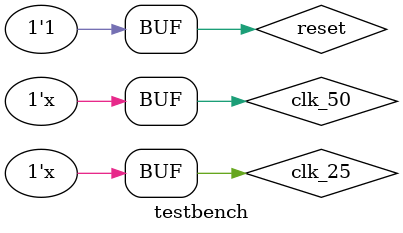
<source format=sv>
`timescale 1ns/1ns

module testbench();
	
	reg clk_50, clk_25, reset;
	
	reg [31:0] index;
//	wire signed [15:0]  testbench_out;
	wire signed [26:0] testbench_xout;
	wire signed [26:0] testbench_yout;
	wire signed [26:0] testbench_zout;
	//Initialize clocks and index
	initial begin
		clk_50 = 1'b0;
		clk_25 = 1'b0;
		index  = 32'd0;
		//testbench_out = 15'd0 ;
	end
	
	//Toggle the clocks
	always begin
		#10
		clk_50  = !clk_50;
	end
	
	always begin
		#20
		clk_25  = !clk_25;
	end
	
	//Intialize and drive signals
	initial begin
		reset  = 1'b1;
		#10 
		reset  = 1'b0;
		#30
		reset  = 1'b1;
	end
	
	//Increment 
	always @ (posedge clk_50) begin
		index  <= index + 32'd1;
	end

	//Instantiation of Device Under Test
	// hook up the sine wave generators
odesolver DUT   (.clk(clk_50), 
				.reset(reset),
				.initial_x(-27'd1048576), 
				.initial_y(27'b0000000001000000000000),
				.initial_z(27'b1100100000000000000000000),
				.x_out(testbench_xout),
				.y_out(testbench_yout),
				.z_out(testbench_zout),
				.rho(27'b1110000000000000000000000),
				.beta(27'b000001011000000000000000000),
				.sigma(22'b1010000000000000000)
				);
	
endmodule


</source>
